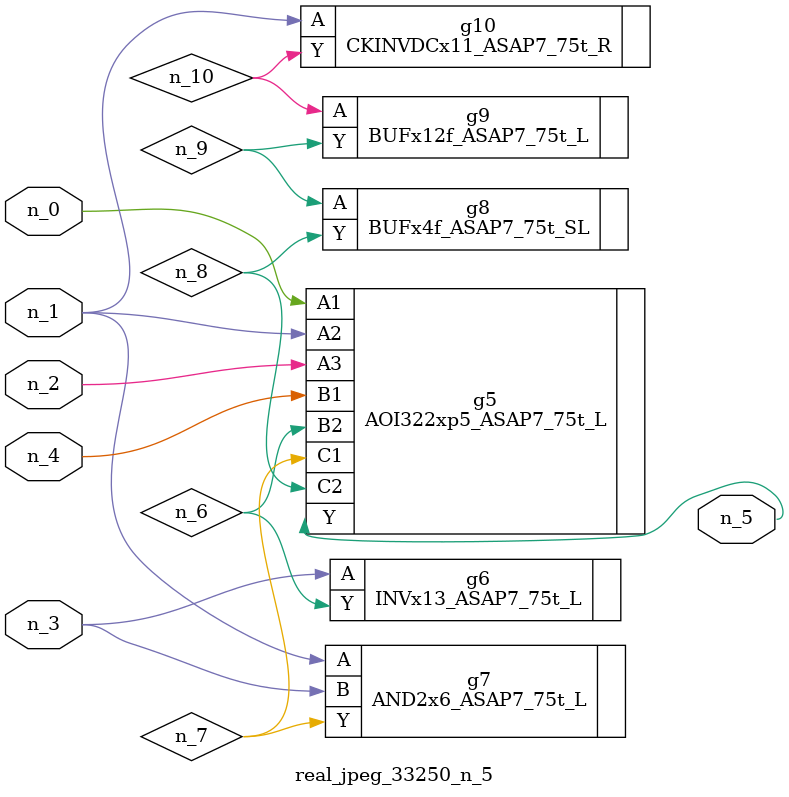
<source format=v>
module real_jpeg_33250_n_5 (n_4, n_0, n_1, n_2, n_3, n_5);

input n_4;
input n_0;
input n_1;
input n_2;
input n_3;

output n_5;

wire n_8;
wire n_6;
wire n_7;
wire n_10;
wire n_9;

AOI322xp5_ASAP7_75t_L g5 ( 
.A1(n_0),
.A2(n_1),
.A3(n_2),
.B1(n_4),
.B2(n_6),
.C1(n_7),
.C2(n_8),
.Y(n_5)
);

AND2x6_ASAP7_75t_L g7 ( 
.A(n_1),
.B(n_3),
.Y(n_7)
);

CKINVDCx11_ASAP7_75t_R g10 ( 
.A(n_1),
.Y(n_10)
);

INVx13_ASAP7_75t_L g6 ( 
.A(n_3),
.Y(n_6)
);

BUFx4f_ASAP7_75t_SL g8 ( 
.A(n_9),
.Y(n_8)
);

BUFx12f_ASAP7_75t_L g9 ( 
.A(n_10),
.Y(n_9)
);


endmodule
</source>
